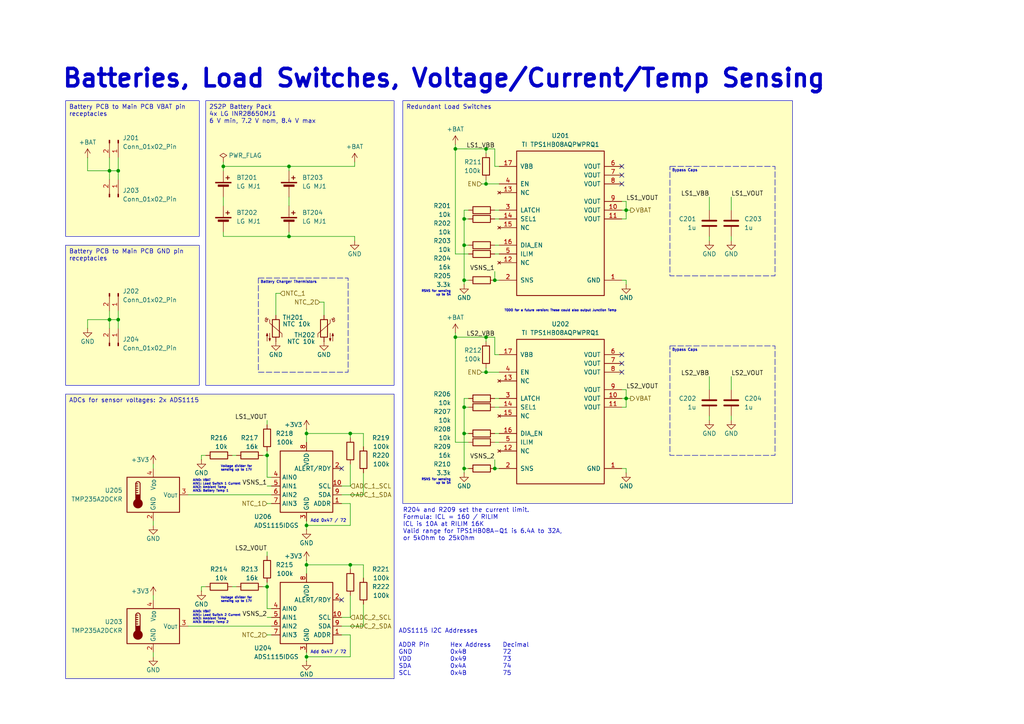
<source format=kicad_sch>
(kicad_sch (version 20231120) (generator "eeschema") (generator_version "8.0")
  (paper "A4")
  (title_block (title "bac EPS Main Board Minimal v1") (date "2025-02-25") (rev "1") (company "Build a CubeSat") (comment 1 "Manuel Imboden") (comment 2 "CC BY-SA 4.0") (comment 3 "https://buildacubesat.space"))
  (lib_symbols
    (symbol "Analog_ADC:ADS1115IDGS"
      (property "Reference" "U" (at 2.54 13.97 0))
      (property "Value" "ADS1115IDGS" (at 7.62 11.43 0))
      (symbol "ADS1115IDGS_0_1"
        (rectangle (start -7.62 10.16) (end 7.62 -7.62) (stroke (width 0.254)) (fill (type background)))
      )
      (symbol "ADS1115IDGS_1_1"
        (pin input line (at 10.16 -5.08 180) (length 2.54) (name "ADDR") (number "1"))
        (pin input line (at 10.16 0 180) (length 2.54) (name "SCL") (number "10"))
        (pin output line (at 10.16 5.08 180) (length 2.54) (name "ALERT/RDY") (number "2"))
        (pin power_in line (at 0 -10.16 90) (length 2.54) (name "GND") (number "3"))
        (pin input line (at -10.16 2.54 0) (length 2.54) (name "AIN0") (number "4"))
        (pin input line (at -10.16 0 0) (length 2.54) (name "AIN1") (number "5"))
        (pin input line (at -10.16 -2.54 0) (length 2.54) (name "AIN2") (number "6"))
        (pin input line (at -10.16 -5.08 0) (length 2.54) (name "AIN3") (number "7"))
        (pin power_in line (at 0 12.7 270) (length 2.54) (name "VDD") (number "8"))
        (pin bidirectional line (at 10.16 -2.54 180) (length 2.54) (name "SDA") (number "9"))
      )
    )
    (symbol "Connector:Conn_01x02_Pin" (pin_names (offset 1.016) hide)
      (property "Reference" "J" (at 0 2.54 0))
      (property "Value" "Conn_01x02_Pin" (at 0 -5.08 0))
      (symbol "Conn_01x02_Pin_1_1"
        (polyline (pts (xy 1.27 -2.54) (xy 0.8636 -2.54)) (stroke (width 0.1524)))
        (polyline (pts (xy 1.27 0) (xy 0.8636 0)) (stroke (width 0.1524)))
        (rectangle (start 0.8636 -2.413) (end 0 -2.667) (stroke (width 0.1524)) (fill (type outline)))
        (rectangle (start 0.8636 0.127) (end 0 -0.127) (stroke (width 0.1524)) (fill (type outline)))
        (pin passive line (at 5.08 0 180) (length 3.81) (name "Pin_1") (number "1"))
        (pin passive line (at 5.08 -2.54 180) (length 3.81) (name "Pin_2") (number "2"))
      )
    )
    (symbol "Device:Battery_Cell" (pin_numbers hide) (pin_names (offset 0) hide)
      (property "Reference" "BT" (at 2.54 2.54 0))
      (property "Value" "Battery_Cell" (at 2.54 0 0))
      (symbol "Battery_Cell_0_1"
        (rectangle (start -2.286 1.778) (end 2.286 1.524) (fill (type outline)))
        (rectangle (start -1.524 1.016) (end 1.524 0.508) (fill (type outline)))
        (polyline (pts (xy 0 0.762) (xy 0 0)))
        (polyline (pts (xy 0 1.778) (xy 0 2.54)))
        (polyline (pts (xy 0.762 3.048) (xy 1.778 3.048)) (stroke (width 0.254)))
        (polyline (pts (xy 1.27 3.556) (xy 1.27 2.54)) (stroke (width 0.254)))
      )
      (symbol "Battery_Cell_1_1"
        (pin passive line (at 0 5.08 270) (length 2.54) (name "+") (number "1"))
        (pin passive line (at 0 -2.54 90) (length 2.54) (name "-") (number "2"))
      )
    )
    (symbol "Device:C" (pin_numbers hide) (pin_names (offset 0.254))
      (property "Reference" "C" (at 0.635 2.54 0))
      (property "Value" "C" (at 0.635 -2.54 0))
      (symbol "C_0_1"
        (polyline (pts (xy -2.032 -0.762) (xy 2.032 -0.762)) (stroke (width 0.508)))
        (polyline (pts (xy -2.032 0.762) (xy 2.032 0.762)) (stroke (width 0.508)))
      )
      (symbol "C_1_1"
        (pin passive line (at 0 3.81 270) (length 2.794) (name "~") (number "1"))
        (pin passive line (at 0 -3.81 90) (length 2.794) (name "~") (number "2"))
      )
    )
    (symbol "Device:R" (pin_numbers hide) (pin_names (offset 0))
      (property "Reference" "R" (at 2.032 0 90))
      (property "Value" "R" (at 0 0 90))
      (symbol "R_0_1"
        (rectangle (start -1.016 -2.54) (end 1.016 2.54) (stroke (width 0.254)))
      )
      (symbol "R_1_1"
        (pin passive line (at 0 3.81 270) (length 1.27) (name "~") (number "1"))
        (pin passive line (at 0 -3.81 90) (length 1.27) (name "~") (number "2"))
      )
    )
    (symbol "Device:Thermistor_NTC" (pin_numbers hide) (pin_names (offset 0))
      (property "Reference" "TH" (at -4.445 0 90))
      (property "Value" "Thermistor_NTC" (at 3.175 0 90))
      (symbol "Thermistor_NTC_0_1"
        (arc (start -3.048 2.159) (mid -3.0495 2.3143) (end -3.175 2.413))
        (arc (start -3.048 2.159) (mid -2.9736 1.9794) (end -2.794 1.905))
        (arc (start -3.048 2.794) (mid -2.9736 2.6144) (end -2.794 2.54))
        (arc (start -2.794 1.905) (mid -2.6144 1.9794) (end -2.54 2.159))
        (arc (start -2.794 2.54) (mid -2.4393 2.5587) (end -2.159 2.794))
        (arc (start -2.794 3.048) (mid -2.9736 2.9736) (end -3.048 2.794))
        (arc (start -2.54 2.794) (mid -2.6144 2.9736) (end -2.794 3.048))
        (rectangle (start -1.016 2.54) (end 1.016 -2.54) (stroke (width 0.254)))
        (polyline (pts (xy -2.54 2.159) (xy -2.54 2.794)))
        (polyline (pts (xy -1.778 2.54) (xy -1.778 1.524) (xy 1.778 -1.524) (xy 1.778 -2.54)))
        (polyline (pts (xy -2.54 -3.683) (xy -2.54 -1.397) (xy -2.794 -2.159) (xy -2.286 -2.159) (xy -2.54 -1.397) (xy -2.54 -1.651)) (fill (type outline)))
        (polyline (pts (xy -1.778 -1.397) (xy -1.778 -3.683) (xy -2.032 -2.921) (xy -1.524 -2.921) (xy -1.778 -3.683) (xy -1.778 -3.429)) (fill (type outline)))
      )
      (symbol "Thermistor_NTC_1_1"
        (pin passive line (at 0 3.81 270) (length 1.27) (name "~") (number "1"))
        (pin passive line (at 0 -3.81 90) (length 1.27) (name "~") (number "2"))
      )
    )
    (symbol "Sensor_Temperature:TMP20AIDCK"
      (property "Reference" "U" (at -6.35 6.35 0))
      (property "Value" "TMP20AIDCK" (at 1.27 6.35 0))
      (symbol "TMP20AIDCK_0_1"
        (rectangle (start -7.62 5.08) (end 7.62 -5.08) (stroke (width 0.254)) (fill (type background)))
        (circle (center -4.445 -2.54) (radius 1.27) (stroke (width 0.254)) (fill (type outline)))
        (rectangle (start -3.81 -1.905) (end -5.08 0) (stroke (width 0.254)) (fill (type outline)))
        (arc (start -3.81 3.175) (mid -4.445 3.8073) (end -5.08 3.175) (stroke (width 0.254)))
        (polyline (pts (xy -5.08 0.635) (xy -4.445 0.635)) (stroke (width 0.254)))
        (polyline (pts (xy -5.08 1.27) (xy -4.445 1.27)) (stroke (width 0.254)))
        (polyline (pts (xy -5.08 1.905) (xy -4.445 1.905)) (stroke (width 0.254)))
        (polyline (pts (xy -5.08 2.54) (xy -4.445 2.54)) (stroke (width 0.254)))
        (polyline (pts (xy -5.08 3.175) (xy -5.08 0)) (stroke (width 0.254)))
        (polyline (pts (xy -5.08 3.175) (xy -4.445 3.175)) (stroke (width 0.254)))
        (polyline (pts (xy -3.81 3.175) (xy -3.81 0)) (stroke (width 0.254)))
      )
      (symbol "TMP20AIDCK_1_1"
        (pin no_connect line (at 10.16 -2.54 180) (length 2.54) hide (name "NC") (number "1"))
        (pin power_in line (at 0 -7.62 90) (length 2.54) (name "GND") (number "2"))
        (pin output line (at 10.16 0 180) (length 2.54) (name "V_{OUT}") (number "3"))
        (pin power_in line (at 0 7.62 270) (length 2.54) (name "V_{DD}") (number "4"))
        (pin passive line (at 0 -7.62 90) (length 2.54) hide (name "GND") (number "5"))
      )
    )
    (symbol "bac EPS v1:TI TPS1HB08AQPWPRQ1" (pin_names (offset 1.016))
      (property "Reference" "U" (at -0.762 26.924 0))
      (property "Value" "TI TPS1HB08AQPWPRQ1" (at -11.43 22.352 0))
      (symbol "TI TPS1HB08AQPWPRQ1_0_0"
        (rectangle (start -12.7 20.955) (end 12.7 -20.955) (stroke (width 0.254)) (fill (type background)))
      )
      (symbol "TI TPS1HB08AQPWPRQ1_0_1"
        (pin power_in line (at 17.78 -16.51 180) (length 5.08) (name "GND") (number "1"))
        (pin unspecified line (at 17.78 3.81 180) (length 5.08) (name "VOUT") (number "10"))
        (pin unspecified line (at 17.78 1.27 180) (length 5.08) (name "VOUT") (number "11"))
        (pin no_connect line (at -17.78 -11.43 0) (length 5.08) (name "NC") (number "12"))
        (pin no_connect line (at -17.78 8.89 0) (length 5.08) (name "NC") (number "13"))
        (pin input line (at -17.78 1.27 0) (length 5.08) (name "SEL1") (number "14"))
        (pin no_connect line (at -17.78 -1.27 0) (length 5.08) (name "NC") (number "15"))
        (pin input line (at -17.78 -6.35 0) (length 5.08) (name "DIA_EN") (number "16"))
        (pin power_in line (at -17.78 16.51 0) (length 5.08) (name "VBB") (number "17"))
        (pin unspecified line (at -17.78 -16.51 0) (length 5.08) (name "SNS") (number "2"))
        (pin unspecified line (at -17.78 3.81 0) (length 5.08) (name "LATCH") (number "3"))
        (pin input line (at -17.78 11.43 0) (length 5.08) (name "EN") (number "4"))
        (pin unspecified line (at -17.78 -8.89 0) (length 5.08) (name "ILIM") (number "5"))
        (pin unspecified line (at 17.78 16.51 180) (length 5.08) (name "VOUT") (number "6"))
        (pin unspecified line (at 17.78 13.97 180) (length 5.08) (name "VOUT") (number "7"))
        (pin unspecified line (at 17.78 11.43 180) (length 5.08) (name "VOUT") (number "8"))
        (pin unspecified line (at 17.78 6.35 180) (length 5.08) (name "VOUT") (number "9"))
      )
    )
    (symbol "power:+3V3" (power) (pin_numbers hide) (pin_names (offset 0) hide)
      (property "Value" "+3V3" (at 0 3.556 0))
      (symbol "+3V3_0_1"
        (polyline (pts (xy -0.762 1.27) (xy 0 2.54)))
        (polyline (pts (xy 0 0) (xy 0 2.54)))
        (polyline (pts (xy 0 2.54) (xy 0.762 1.27)))
      )
      (symbol "+3V3_1_1"
        (pin power_in line (at 0 0 90) (length 0) (name "~") (number "1"))
      )
    )
    (symbol "power:+BATT" (power) (pin_numbers hide) (pin_names (offset 0) hide)
      (property "Value" "+BATT" (at 0 3.556 0))
      (symbol "+BATT_0_1"
        (polyline (pts (xy -0.762 1.27) (xy 0 2.54)))
        (polyline (pts (xy 0 0) (xy 0 2.54)))
        (polyline (pts (xy 0 2.54) (xy 0.762 1.27)))
      )
      (symbol "+BATT_1_1"
        (pin power_in line (at 0 0 90) (length 0) (name "~") (number "1"))
      )
    )
    (symbol "power:GND" (power) (pin_numbers hide) (pin_names (offset 0) hide)
      (property "Value" "GND" (at 0 -3.81 0))
      (symbol "GND_0_1"
        (polyline (pts (xy 0 0) (xy 0 -1.27) (xy 1.27 -1.27) (xy 0 -2.54) (xy -1.27 -1.27) (xy 0 -1.27)))
      )
      (symbol "GND_1_1"
        (pin power_in line (at 0 0 270) (length 0) (name "~") (number "1"))
      )
    )
    (symbol "power:PWR_FLAG" (power) (pin_numbers hide) (pin_names (offset 0) hide)
      (property "Value" "PWR_FLAG" (at 0 3.81 0))
      (symbol "PWR_FLAG_0_0"
        (pin power_out line (at 0 0 90) (length 0) (name "~") (number "1"))
      )
      (symbol "PWR_FLAG_0_1"
        (polyline (pts (xy 0 0) (xy 0 1.27) (xy -1.016 1.905) (xy 0 2.54) (xy 1.016 1.905) (xy 0 1.27)))
      )
    )
  )
  (junction (at 88.9 125.73))
  (junction (at 132.08 97.79))
  (junction (at 83.82 68.58))
  (junction (at 143.51 81.28))
  (junction (at 140.97 107.95))
  (junction (at 181.61 115.57))
  (junction (at 134.62 63.5))
  (junction (at 140.97 53.34))
  (junction (at 34.29 49.53))
  (junction (at 83.82 48.26))
  (junction (at 101.6 125.73))
  (junction (at 134.62 135.89))
  (junction (at 88.9 163.83))
  (junction (at 134.62 118.11))
  (junction (at 34.29 92.71))
  (junction (at 140.97 97.79))
  (junction (at 77.47 132.08))
  (junction (at 88.9 152.4))
  (junction (at 143.51 135.89))
  (junction (at 140.97 43.18))
  (junction (at 88.9 190.5))
  (junction (at 31.75 49.53))
  (junction (at 101.6 163.83))
  (junction (at 134.62 71.12))
  (junction (at 77.47 170.18))
  (junction (at 134.62 81.28))
  (junction (at 134.62 125.73))
  (junction (at 64.77 48.26))
  (junction (at 132.08 43.18))
  (junction (at 181.61 60.96))
  (junction (at 31.75 92.71))
  (no_connect (at 180.34 102.87))
  (no_connect (at 180.34 48.26))
  (no_connect (at 180.34 107.95))
  (no_connect (at 99.06 135.89))
  (no_connect (at 180.34 53.34))
  (no_connect (at 180.34 105.41))
  (no_connect (at 180.34 50.8))
  (no_connect (at 99.06 173.99))
  (wire (pts (xy 58.42 132.08) (xy 59.69 132.08)))
  (wire (pts (xy 180.34 115.57) (xy 181.61 115.57)))
  (wire (pts (xy 134.62 115.57) (xy 134.62 118.11)))
  (wire (pts (xy 77.47 132.08) (xy 77.47 138.43)))
  (wire (pts (xy 140.97 99.06) (xy 140.97 97.79)))
  (wire (pts (xy 105.41 125.73) (xy 101.6 125.73)))
  (wire (pts (xy 105.41 143.51) (xy 105.41 137.16)))
  (wire (pts (xy 212.09 57.15) (xy 212.09 60.96)))
  (wire (pts (xy 205.74 57.15) (xy 205.74 60.96)))
  (wire (pts (xy 140.97 44.45) (xy 140.97 43.18)))
  (wire (pts (xy 205.74 109.22) (xy 205.74 113.03)))
  (wire (pts (xy 34.29 90.17) (xy 34.29 92.71)))
  (wire (pts (xy 134.62 63.5) (xy 134.62 71.12)))
  (wire (pts (xy 134.62 118.11) (xy 135.89 118.11)))
  (wire (pts (xy 181.61 60.96) (xy 181.61 63.5)))
  (wire (pts (xy 77.47 184.15) (xy 78.74 184.15)))
  (wire (pts (xy 134.62 118.11) (xy 134.62 125.73)))
  (wire (pts (xy 44.45 151.13) (xy 44.45 152.4)))
  (wire (pts (xy 135.89 115.57) (xy 134.62 115.57)))
  (wire (pts (xy 135.89 60.96) (xy 134.62 60.96)))
  (wire (pts (xy 132.08 43.18) (xy 140.97 43.18)))
  (wire (pts (xy 77.47 130.81) (xy 77.47 132.08)))
  (wire (pts (xy 64.77 68.58) (xy 83.82 68.58)))
  (wire (pts (xy 34.29 49.53) (xy 34.29 52.07)))
  (wire (pts (xy 134.62 71.12) (xy 134.62 81.28)))
  (wire (pts (xy 88.9 153.67) (xy 88.9 152.4)))
  (wire (pts (xy 134.62 81.28) (xy 135.89 81.28)))
  (wire (pts (xy 102.87 68.58) (xy 83.82 68.58)))
  (wire (pts (xy 77.47 160.02) (xy 77.47 161.29)))
  (wire (pts (xy 44.45 189.23) (xy 44.45 190.5)))
  (wire (pts (xy 101.6 184.15) (xy 101.6 190.5)))
  (wire (pts (xy 64.77 46.99) (xy 64.77 48.26)))
  (wire (pts (xy 205.74 120.65) (xy 205.74 121.92)))
  (wire (pts (xy 101.6 165.1) (xy 101.6 163.83)))
  (wire (pts (xy 132.08 41.91) (xy 132.08 43.18)))
  (wire (pts (xy 77.47 138.43) (xy 78.74 138.43)))
  (wire (pts (xy 143.51 133.35) (xy 143.51 135.89)))
  (wire (pts (xy 143.51 115.57) (xy 144.78 115.57)))
  (wire (pts (xy 76.2 170.18) (xy 77.47 170.18)))
  (wire (pts (xy 54.61 181.61) (xy 78.74 181.61)))
  (wire (pts (xy 102.87 68.58) (xy 102.87 69.85)))
  (wire (pts (xy 182.88 115.57) (xy 181.61 115.57)))
  (wire (pts (xy 44.45 134.62) (xy 44.45 135.89)))
  (wire (pts (xy 83.82 48.26) (xy 102.87 48.26)))
  (wire (pts (xy 25.4 92.71) (xy 25.4 95.25)))
  (wire (pts (xy 143.51 48.26) (xy 144.78 48.26)))
  (wire (pts (xy 77.47 140.97) (xy 78.74 140.97)))
  (wire (pts (xy 34.29 92.71) (xy 34.29 95.25)))
  (wire (pts (xy 132.08 128.27) (xy 132.08 97.79)))
  (wire (pts (xy 31.75 92.71) (xy 34.29 92.71)))
  (wire (pts (xy 25.4 49.53) (xy 31.75 49.53)))
  (wire (pts (xy 140.97 97.79) (xy 143.51 97.79)))
  (wire (pts (xy 139.7 107.95) (xy 140.97 107.95)))
  (wire (pts (xy 180.34 113.03) (xy 181.61 113.03)))
  (wire (pts (xy 93.98 87.63) (xy 93.98 91.44)))
  (wire (pts (xy 181.61 81.28) (xy 181.61 82.55)))
  (wire (pts (xy 134.62 125.73) (xy 135.89 125.73)))
  (wire (pts (xy 77.47 168.91) (xy 77.47 170.18)))
  (wire (pts (xy 99.06 184.15) (xy 101.6 184.15)))
  (wire (pts (xy 77.47 170.18) (xy 77.47 176.53)))
  (wire (pts (xy 181.61 58.42) (xy 181.61 60.96)))
  (wire (pts (xy 77.47 179.07) (xy 78.74 179.07)))
  (wire (pts (xy 134.62 71.12) (xy 135.89 71.12)))
  (wire (pts (xy 181.61 118.11) (xy 180.34 118.11)))
  (wire (pts (xy 143.51 78.74) (xy 143.51 81.28)))
  (wire (pts (xy 31.75 49.53) (xy 31.75 52.07)))
  (wire (pts (xy 132.08 73.66) (xy 132.08 43.18)))
  (wire (pts (xy 58.42 170.18) (xy 59.69 170.18)))
  (wire (pts (xy 101.6 152.4) (xy 88.9 152.4)))
  (wire (pts (xy 143.51 73.66) (xy 144.78 73.66)))
  (wire (pts (xy 143.51 135.89) (xy 144.78 135.89)))
  (wire (pts (xy 77.47 176.53) (xy 78.74 176.53)))
  (wire (pts (xy 102.87 46.99) (xy 102.87 48.26)))
  (wire (pts (xy 92.71 87.63) (xy 93.98 87.63)))
  (wire (pts (xy 80.01 91.44) (xy 80.01 85.09)))
  (wire (pts (xy 143.51 97.79) (xy 143.51 102.87)))
  (wire (pts (xy 143.51 125.73) (xy 144.78 125.73)))
  (wire (pts (xy 101.6 146.05) (xy 101.6 152.4)))
  (wire (pts (xy 143.51 128.27) (xy 144.78 128.27)))
  (wire (pts (xy 64.77 68.58) (xy 64.77 67.31)))
  (wire (pts (xy 44.45 172.72) (xy 44.45 173.99)))
  (wire (pts (xy 132.08 97.79) (xy 140.97 97.79)))
  (wire (pts (xy 54.61 143.51) (xy 78.74 143.51)))
  (wire (pts (xy 134.62 63.5) (xy 135.89 63.5)))
  (wire (pts (xy 140.97 43.18) (xy 143.51 43.18)))
  (wire (pts (xy 144.78 53.34) (xy 140.97 53.34)))
  (wire (pts (xy 105.41 181.61) (xy 105.41 175.26)))
  (wire (pts (xy 105.41 163.83) (xy 101.6 163.83)))
  (wire (pts (xy 99.06 181.61) (xy 105.41 181.61)))
  (wire (pts (xy 88.9 151.13) (xy 88.9 152.4)))
  (wire (pts (xy 31.75 45.72) (xy 31.75 49.53)))
  (wire (pts (xy 64.77 48.26) (xy 64.77 49.53)))
  (wire (pts (xy 99.06 140.97) (xy 101.6 140.97)))
  (wire (pts (xy 180.34 60.96) (xy 181.61 60.96)))
  (wire (pts (xy 88.9 190.5) (xy 88.9 191.77)))
  (wire (pts (xy 101.6 140.97) (xy 101.6 134.62)))
  (wire (pts (xy 88.9 190.5) (xy 101.6 190.5)))
  (wire (pts (xy 83.82 48.26) (xy 83.82 49.53)))
  (wire (pts (xy 143.51 63.5) (xy 144.78 63.5)))
  (wire (pts (xy 68.58 132.08) (xy 67.31 132.08)))
  (wire (pts (xy 99.06 179.07) (xy 101.6 179.07)))
  (wire (pts (xy 134.62 135.89) (xy 134.62 137.16)))
  (wire (pts (xy 181.61 135.89) (xy 181.61 137.16)))
  (wire (pts (xy 31.75 90.17) (xy 31.75 92.71)))
  (wire (pts (xy 134.62 135.89) (xy 135.89 135.89)))
  (wire (pts (xy 212.09 120.65) (xy 212.09 121.92)))
  (wire (pts (xy 31.75 92.71) (xy 31.75 95.25)))
  (wire (pts (xy 139.7 53.34) (xy 140.97 53.34)))
  (wire (pts (xy 80.01 85.09) (xy 81.28 85.09)))
  (wire (pts (xy 181.61 115.57) (xy 181.61 118.11)))
  (wire (pts (xy 88.9 125.73) (xy 88.9 128.27)))
  (wire (pts (xy 77.47 146.05) (xy 78.74 146.05)))
  (wire (pts (xy 88.9 124.46) (xy 88.9 125.73)))
  (wire (pts (xy 140.97 107.95) (xy 140.97 106.68)))
  (wire (pts (xy 181.61 113.03) (xy 181.61 115.57)))
  (wire (pts (xy 77.47 121.92) (xy 77.47 123.19)))
  (wire (pts (xy 99.06 146.05) (xy 101.6 146.05)))
  (wire (pts (xy 205.74 68.58) (xy 205.74 69.85)))
  (wire (pts (xy 58.42 171.45) (xy 58.42 170.18)))
  (wire (pts (xy 140.97 53.34) (xy 140.97 52.07)))
  (wire (pts (xy 180.34 135.89) (xy 181.61 135.89)))
  (wire (pts (xy 212.09 68.58) (xy 212.09 69.85)))
  (wire (pts (xy 134.62 125.73) (xy 134.62 135.89)))
  (wire (pts (xy 88.9 163.83) (xy 101.6 163.83)))
  (wire (pts (xy 88.9 163.83) (xy 88.9 166.37)))
  (wire (pts (xy 76.2 132.08) (xy 77.47 132.08)))
  (wire (pts (xy 143.51 60.96) (xy 144.78 60.96)))
  (wire (pts (xy 144.78 107.95) (xy 140.97 107.95)))
  (wire (pts (xy 134.62 81.28) (xy 134.62 82.55)))
  (wire (pts (xy 180.34 58.42) (xy 181.61 58.42)))
  (wire (pts (xy 99.06 143.51) (xy 105.41 143.51)))
  (wire (pts (xy 34.29 45.72) (xy 34.29 49.53)))
  (wire (pts (xy 31.75 49.53) (xy 34.29 49.53)))
  (wire (pts (xy 58.42 133.35) (xy 58.42 132.08)))
  (wire (pts (xy 105.41 129.54) (xy 105.41 125.73)))
  (wire (pts (xy 132.08 96.52) (xy 132.08 97.79)))
  (wire (pts (xy 101.6 179.07) (xy 101.6 172.72)))
  (wire (pts (xy 143.51 71.12) (xy 144.78 71.12)))
  (wire (pts (xy 182.88 60.96) (xy 181.61 60.96)))
  (wire (pts (xy 143.51 118.11) (xy 144.78 118.11)))
  (wire (pts (xy 135.89 128.27) (xy 132.08 128.27)))
  (wire (pts (xy 64.77 57.15) (xy 64.77 59.69)))
  (wire (pts (xy 135.89 73.66) (xy 132.08 73.66)))
  (wire (pts (xy 31.75 92.71) (xy 25.4 92.71)))
  (wire (pts (xy 143.51 81.28) (xy 144.78 81.28)))
  (wire (pts (xy 88.9 189.23) (xy 88.9 190.5)))
  (wire (pts (xy 143.51 102.87) (xy 144.78 102.87)))
  (wire (pts (xy 68.58 170.18) (xy 67.31 170.18)))
  (wire (pts (xy 143.51 43.18) (xy 143.51 48.26)))
  (wire (pts (xy 181.61 63.5) (xy 180.34 63.5)))
  (wire (pts (xy 212.09 109.22) (xy 212.09 113.03)))
  (wire (pts (xy 88.9 162.56) (xy 88.9 163.83)))
  (wire (pts (xy 64.77 48.26) (xy 83.82 48.26)))
  (wire (pts (xy 83.82 68.58) (xy 83.82 67.31)))
  (wire (pts (xy 101.6 125.73) (xy 88.9 125.73)))
  (wire (pts (xy 134.62 60.96) (xy 134.62 63.5)))
  (wire (pts (xy 83.82 57.15) (xy 83.82 59.69)))
  (wire (pts (xy 101.6 127) (xy 101.6 125.73)))
  (wire (pts (xy 105.41 167.64) (xy 105.41 163.83)))
  (wire (pts (xy 25.4 45.72) (xy 25.4 49.53)))
  (wire (pts (xy 180.34 81.28) (xy 181.61 81.28)))
  (text_box "Battery PCB to Main PCB GND pin receptacles" (at 19.05 71.12 0) (size 38.735 40.64) (fill (type color) (color 255 255 194 1)) (effects (font (size 1.27 1.27)) (justify left top)))
  (text_box "Battery Charger Thermistors" (at 74.93 80.645 0) (size 26.035 27.305) (stroke (width 0) (type dash)) (effects (font (size 0.762 0.762)) (justify left top)))
  (text_box "Battery PCB to Main PCB VBAT pin receptacles" (at 19.05 29.21 0) (size 38.735 39.37) (fill (type color) (color 255 255 194 1)) (effects (font (size 1.27 1.27)) (justify left top)))
  (text_box "Redundant Load Switches" (at 116.84 29.21 0) (size 113.03 116.84) (fill (type color) (color 255 255 194 1)) (effects (font (size 1.27 1.27)) (justify left top)))
  (text_box "Bypass Caps" (at 194.31 100.33 0) (size 30.48 31.75) (stroke (width 0) (type dash)) (effects (font (size 0.762 0.762)) (justify left top)))
  (text_box "Bypass Caps" (at 194.31 48.26 0) (size 30.48 31.75) (stroke (width 0) (type dash)) (effects (font (size 0.762 0.762)) (justify left top)))
  (text_box "2S2P Battery Pack\n4x LG INR28650MJ1\n6 V min, 7.2 V nom, 8.4 V max" (at 59.69 29.21 0) (size 54.61 82.55) (fill (type color) (color 255 255 194 1)) (effects (font (size 1.27 1.27)) (justify left top)))
  (text_box "ADCs for sensor voltages: 2x ADS1115" (at 19.05 114.3 0) (size 95.25 82.55) (fill (type color) (color 255 255 194 1)) (effects (font (size 1.27 1.27)) (justify left top)))
  (text "Batteries, Load Switches, Voltage/Current/Temp Sensing" (at 17.78 22.86 0) (effects (font (size 5.08 5.08) (thickness 1.016) (bold yes)) (justify left)))
  (text "TODO for a future version: These could also output Junction Temp" (at 162.56 90.17 0) (effects (font (size 0.635 0.635))))
  (text "RSNS for sensing\nup to 5A" (at 130.81 139.7 0) (effects (font (size 0.635 0.635)) (justify right)))
  (text "AIN0: VBAT\nAIN1: Load Switch 2 Current\nAIN2: Ambient Temp\nAIN3: Battery Temp 2" (at 55.88 179.07 0) (effects (font (size 0.635 0.635)) (justify left)))
  (text "R204 and R209 set the current limit.\nFormula: ICL = 160 / RILIM\nICL is 10A at RILIM 16K\nValid range for TPS1HB08A-Q1 is 6.4A to 32A,\nor 5kOhm to 25kOhm" (at 116.84 147.32 0) (effects (font (size 1.27 1.27)) (justify left top)))
  (text "AIN0: VBAT\nAIN1: Load Switch 1 Current\nAIN2: Ambient Temp\nAIN3: Battery Temp 1" (at 55.88 140.97 0) (effects (font (size 0.635 0.635)) (justify left)))
  (text "ADS1115 I2C Addresses\n\nADDR Pin 	Hex Address	Decimal\nGND			0x48		72\nVDD			0x49		73\nSDA			0x4A		74\nSCL			0x4B		75" (at 115.57 189.23 0) (effects (font (size 1.27 1.27)) (justify left)))
  (text "Add 0x47 / 72" (at 95.25 151.13 0) (effects (font (size 0.889 0.889))))
  (text "Voltage divider for\nsensing up to 17V" (at 68.58 173.99 0) (effects (font (size 0.635 0.635))))
  (text "Voltage divider for\nsensing up to 17V" (at 68.58 135.89 0) (effects (font (size 0.635 0.635))))
  (text "Add 0x47 / 72" (at 95.25 189.23 0) (effects (font (size 0.889 0.889))))
  (text "RSNS for sensing\nup to 5A" (at 130.81 85.09 0) (effects (font (size 0.635 0.635)) (justify right)))
  (label "LS1_VOUT" (at 77.47 121.92 180))
  (label "LS1_VOUT" (at 212.09 57.15 0))
  (label "LS1_VOUT" (at 181.61 58.42 0))
  (label "LS1_VBB" (at 143.51 43.18 180))
  (label "LS2_VOUT" (at 212.09 109.22 0))
  (label "LS2_VBB" (at 205.74 109.22 180))
  (label "LS2_VBB" (at 143.51 97.79 180))
  (label "LS2_VOUT" (at 181.61 113.03 0))
  (label "VSNS_1" (at 143.51 78.74 180))
  (label "LS1_VBB" (at 205.74 57.15 180))
  (label "VSNS_2" (at 77.47 179.07 180))
  (label "VSNS_2" (at 143.51 133.35 180))
  (label "LS2_VOUT" (at 77.47 160.02 180))
  (label "VSNS_1" (at 77.47 140.97 180))
  (hierarchical_label "VBAT" (shape output) (at 182.88 60.96 0))
  (hierarchical_label "EN" (shape input) (at 139.7 107.95 180))
  (hierarchical_label "VBAT" (shape output) (at 182.88 115.57 0))
  (hierarchical_label "ADC_1_SDA" (shape bidirectional) (at 101.6 143.51 0))
  (hierarchical_label "ADC_1_SCL" (shape input) (at 101.6 140.97 0))
  (hierarchical_label "EN" (shape input) (at 139.7 53.34 180))
  (hierarchical_label "NTC_2" (shape input) (at 77.47 184.15 180))
  (hierarchical_label "ADC_2_SCL" (shape input) (at 101.6 179.07 0))
  (hierarchical_label "NTC_1" (shape input) (at 77.47 146.05 180))
  (hierarchical_label "NTC_1" (shape input) (at 81.28 85.09 0))
  (hierarchical_label "ADC_2_SDA" (shape bidirectional) (at 101.6 181.61 0))
  (hierarchical_label "NTC_2" (shape input) (at 92.71 87.63 180))
  (symbol (lib_id "Device:R") (at 139.7 73.66 270) (mirror x) (unit 1)
    (property "Reference" "R204" (at 130.81 74.93 90) (effects (justify right)))
    (property "Value" "16k" (at 130.81 77.47 90) (effects (justify right)))
    (property "Footprint" "Resistor_SMD:R_0603_1608Metric" (effects (hide yes)))
    (property "Description" "Resistor" (effects (hide yes)))
    (property "Package" "0603" (effects (hide yes)))
    (property "Tolerance" "10%" (effects (hide yes)))
    (property "Series" "E12" (effects (hide yes)))
  )
  (symbol (lib_id "bac EPS v1:TI TPS1HB08AQPWPRQ1") (at 162.56 119.38 0) (unit 1)
    (property "Reference" "U202" (at 162.56 93.98 0))
    (property "Value" "TI TPS1HB08AQPWPRQ1" (at 162.56 96.52 0))
    (property "Footprint" "bac EPS v1:TI-TPS1HB08AQPWPRQ1" (effects (hide yes)))
    (property "Datasheet" "https://www.ti.com/general/docs/suppproductinfo.tsp?distId=10&gotoUrl=https%3A%2F%2Fwww.ti.com%2Flit%2Fgpn%2Ftps1hb08-q1" (effects (hide yes)))
    (property "Description" "Power Switch/Driver 1:1 N-Channel 70A 16-HTSSOP" (effects (hide yes)))
    (property "PARTREV" "C" (effects (hide yes)))
    (property "STANDARD" "Manufacturer Recommendations" (effects (hide yes)))
    (property "MAXIMUM_PACKAGE_HEIGHT" "1.2 mm" (effects (hide yes)))
    (property "MANUFACTURER" "Texas Instruments" (effects (hide yes)))
  )
  (symbol (lib_id "Device:R") (at 72.39 132.08 270) (mirror x) (unit 1)
    (property "Reference" "R217" (at 74.93 127 90) (effects (justify right)))
    (property "Value" "16k" (at 74.93 129.54 90) (effects (justify right)))
    (property "Footprint" "Resistor_SMD:R_0603_1608Metric" (effects (hide yes)))
    (property "Description" "Resistor" (effects (hide yes)))
    (property "Package" "0603" (effects (hide yes)))
    (property "Tolerance" "10%" (effects (hide yes)))
    (property "Series" "E12" (effects (hide yes)))
  )
  (symbol (lib_id "Device:C") (at 205.74 116.84 180) (unit 1)
    (property "Reference" "C202" (at 196.85 115.57 0) (effects (justify right)))
    (property "Value" "1u" (at 199.39 118.11 0) (effects (justify right)))
    (property "Footprint" "bac EPS v1:bac-C-0603-1u" (effects (hide yes)))
    (property "Description" "Unpolarized capacitor" (effects (hide yes)))
    (property "Package" "0603" (effects (hide yes)))
    (property "Temperature Coefficient" "X7R" (effects (hide yes)))
    (property "Tolerance" "10%" (effects (hide yes)))
    (property "Rated Voltage" "35V" (effects (hide yes)))
  )
  (symbol (lib_id "Connector:Conn_01x02_Pin") (at 34.29 40.64 270) (unit 1)
    (property "Reference" "J201" (at 35.56 40.0049 90) (effects (justify left)))
    (property "Value" "Conn_01x02_Pin" (at 35.56 42.5449 90) (effects (justify left)))
    (property "Footprint" "bac EPS v1:bac-Mill-Max-0630-0-15-15-30-27-10-0-PN-1x02-P2.54" (effects (hide yes)))
    (property "Description" "Generic connector, single row, 01x02, script generated" (effects (hide yes)))
  )
  (symbol (lib_id "power:GND") (at 93.98 99.06 0) (unit 1)
    (property "Reference" "#PWR0204" (effects (hide yes)))
    (property "Value" "GND" (at 93.98 102.87 0))
    (property "Description" "Power symbol creates a global label with name \"GND\" , ground" (effects (hide yes)))
  )
  (symbol (lib_id "Device:R") (at 63.5 132.08 270) (mirror x) (unit 1)
    (property "Reference" "R216" (at 66.04 127 90) (effects (justify right)))
    (property "Value" "10k" (at 66.04 129.54 90) (effects (justify right)))
    (property "Footprint" "bac EPS v1:bac-R-0603-10k" (effects (hide yes)))
    (property "Description" "Resistor" (effects (hide yes)))
    (property "Package" "0603" (effects (hide yes)))
    (property "Tolerance" "10%" (effects (hide yes)))
    (property "Series" "E12" (effects (hide yes)))
  )
  (symbol (lib_id "power:GND") (at 134.62 82.55 0) (mirror y) (unit 1)
    (property "Reference" "#PWR0208" (effects (hide yes)))
    (property "Value" "GND" (at 134.62 86.36 0))
    (property "Description" "Power symbol creates a global label with name \"GND\" , ground" (effects (hide yes)))
  )
  (symbol (lib_id "power:PWR_FLAG") (at 64.77 46.99 0) (unit 1)
    (property "Reference" "#FLG0201" (effects (hide yes)))
    (property "Value" "PWR_FLAG" (at 71.12 45.085 0))
    (property "Description" "Special symbol for telling ERC where power comes from" (effects (hide yes)))
  )
  (symbol (lib_id "power:GND") (at 205.74 69.85 0) (mirror y) (unit 1)
    (property "Reference" "#PWR0214" (effects (hide yes)))
    (property "Value" "GND" (at 205.74 73.66 0))
    (property "Description" "Power symbol creates a global label with name \"GND\" , ground" (effects (hide yes)))
  )
  (symbol (lib_id "Device:Thermistor_NTC") (at 80.01 95.25 0) (unit 1)
    (property "Reference" "TH201" (at 81.915 92.075 0) (effects (justify left)))
    (property "Value" "NTC 10k" (at 81.915 93.98 0) (effects (justify left)))
    (property "Footprint" "bac EPS v1:Cantherm-MF52A1103F3380" (effects (hide yes)))
    (property "Description" "Temperature dependent resistor, negative temperature coefficient" (effects (hide yes)))
  )
  (symbol (lib_id "power:GND") (at 58.42 133.35 0) (mirror y) (unit 1)
    (property "Reference" "#PWR0224" (effects (hide yes)))
    (property "Value" "GND" (at 58.42 137.16 0))
    (property "Description" "Power symbol creates a global label with name \"GND\" , ground" (effects (hide yes)))
  )
  (symbol (lib_id "Device:R") (at 139.7 81.28 270) (unit 1)
    (property "Reference" "R205" (at 130.81 80.01 90) (effects (justify right)))
    (property "Value" "3.3k" (at 130.81 82.55 90) (effects (justify right)))
    (property "Footprint" "bac EPS v1:bac-R-0603-1k" (effects (hide yes)))
    (property "Description" "Resistor" (effects (hide yes)))
    (property "Package" "0603" (effects (hide yes)))
    (property "Tolerance" "10%" (effects (hide yes)))
    (property "Series" "E12" (effects (hide yes)))
  )
  (symbol (lib_id "Device:R") (at 63.5 170.18 270) (mirror x) (unit 1)
    (property "Reference" "R214" (at 66.04 165.1 90) (effects (justify right)))
    (property "Value" "10k" (at 66.04 167.64 90) (effects (justify right)))
    (property "Footprint" "bac EPS v1:bac-R-0603-10k" (effects (hide yes)))
    (property "Description" "Resistor" (effects (hide yes)))
    (property "Package" "0603" (effects (hide yes)))
    (property "Tolerance" "10%" (effects (hide yes)))
    (property "Series" "E12" (effects (hide yes)))
  )
  (symbol (lib_id "power:GND") (at 212.09 69.85 0) (unit 1)
    (property "Reference" "#PWR0217" (effects (hide yes)))
    (property "Value" "GND" (at 212.09 73.66 0))
    (property "Description" "Power symbol creates a global label with name \"GND\" , ground" (effects (hide yes)))
  )
  (symbol (lib_id "power:GND") (at 58.42 171.45 0) (mirror y) (unit 1)
    (property "Reference" "#PWR0221" (effects (hide yes)))
    (property "Value" "GND" (at 58.42 175.26 0))
    (property "Description" "Power symbol creates a global label with name \"GND\" , ground" (effects (hide yes)))
  )
  (symbol (lib_id "power:GND") (at 25.4 95.25 0) (unit 1)
    (property "Reference" "#PWR0202" (effects (hide yes)))
    (property "Value" "GND" (at 25.4 99.06 0))
    (property "Description" "Power symbol creates a global label with name \"GND\" , ground" (effects (hide yes)))
  )
  (symbol (lib_id "Device:R") (at 139.7 118.11 270) (mirror x) (unit 1)
    (property "Reference" "R207" (at 130.81 119.38 90) (effects (justify right)))
    (property "Value" "10k" (at 130.81 121.92 90) (effects (justify right)))
    (property "Footprint" "bac EPS v1:bac-R-0603-10k" (effects (hide yes)))
    (property "Description" "Resistor" (effects (hide yes)))
    (property "Package" "0603" (effects (hide yes)))
    (property "Tolerance" "10%" (effects (hide yes)))
    (property "Series" "E12" (effects (hide yes)))
  )
  (symbol (lib_id "power:GND") (at 80.01 99.06 0) (unit 1)
    (property "Reference" "#PWR0203" (effects (hide yes)))
    (property "Value" "GND" (at 80.01 102.87 0))
    (property "Description" "Power symbol creates a global label with name \"GND\" , ground" (effects (hide yes)))
  )
  (symbol (lib_id "Device:C") (at 212.09 64.77 0) (mirror x) (unit 1)
    (property "Reference" "C203" (at 220.98 63.5 0) (effects (justify right)))
    (property "Value" "1u" (at 218.44 66.04 0) (effects (justify right)))
    (property "Footprint" "bac EPS v1:bac-C-0603-1u" (effects (hide yes)))
    (property "Description" "Unpolarized capacitor" (effects (hide yes)))
    (property "Package" "0603" (effects (hide yes)))
    (property "Temperature Coefficient" "X7R" (effects (hide yes)))
    (property "Tolerance" "10%" (effects (hide yes)))
    (property "Rated Voltage" "35V" (effects (hide yes)))
  )
  (symbol (lib_id "bac EPS v1:TI TPS1HB08AQPWPRQ1") (at 162.56 64.77 0) (unit 1)
    (property "Reference" "U201" (at 162.56 39.37 0))
    (property "Value" "TI TPS1HB08AQPWPRQ1" (at 162.56 41.91 0))
    (property "Footprint" "bac EPS v1:TI-TPS1HB08AQPWPRQ1" (effects (hide yes)))
    (property "Datasheet" "https://www.ti.com/general/docs/suppproductinfo.tsp?distId=10&gotoUrl=https%3A%2F%2Fwww.ti.com%2Flit%2Fgpn%2Ftps1hb08-q1" (effects (hide yes)))
    (property "Description" "Power Switch/Driver 1:1 N-Channel 70A 16-HTSSOP" (effects (hide yes)))
    (property "PARTREV" "C" (effects (hide yes)))
    (property "STANDARD" "Manufacturer Recommendations" (effects (hide yes)))
    (property "MAXIMUM_PACKAGE_HEIGHT" "1.2 mm" (effects (hide yes)))
    (property "MANUFACTURER" "Texas Instruments" (effects (hide yes)))
  )
  (symbol (lib_id "Device:R") (at 72.39 170.18 270) (mirror x) (unit 1)
    (property "Reference" "R213" (at 74.93 165.1 90) (effects (justify right)))
    (property "Value" "16k" (at 74.93 167.64 90) (effects (justify right)))
    (property "Footprint" "Resistor_SMD:R_0603_1608Metric" (effects (hide yes)))
    (property "Description" "Resistor" (effects (hide yes)))
    (property "Package" "0603" (effects (hide yes)))
    (property "Tolerance" "10%" (effects (hide yes)))
    (property "Series" "E12" (effects (hide yes)))
  )
  (symbol (lib_id "Device:R") (at 105.41 133.35 0) (unit 1)
    (property "Reference" "R220" (at 113.03 132.08 0) (effects (justify right)))
    (property "Value" "100k" (at 113.03 134.62 0) (effects (justify right)))
    (property "Footprint" "bac EPS v1:bac-R-0603-100k" (effects (hide yes)))
    (property "Description" "Resistor" (effects (hide yes)))
    (property "Package" "0603" (effects (hide yes)))
    (property "Tolerance" "10%" (effects (hide yes)))
    (property "Series" "E12" (effects (hide yes)))
  )
  (symbol (lib_id "power:+BATT") (at 102.87 46.99 0) (unit 1)
    (property "Reference" "#PWR0205" (effects (hide yes)))
    (property "Value" "+BAT" (at 102.87 42.545 0))
    (property "Description" "Power symbol creates a global label with name \"+BAT\"" (effects (hide yes)))
  )
  (symbol (lib_id "Device:R") (at 139.7 135.89 270) (unit 1)
    (property "Reference" "R210" (at 130.81 134.62 90) (effects (justify right)))
    (property "Value" "3.3k" (at 130.81 137.16 90) (effects (justify right)))
    (property "Footprint" "bac EPS v1:bac-R-0603-1k" (effects (hide yes)))
    (property "Description" "Resistor" (effects (hide yes)))
    (property "Package" "0603" (effects (hide yes)))
    (property "Tolerance" "10%" (effects (hide yes)))
    (property "Series" "E12" (effects (hide yes)))
  )
  (symbol (lib_id "Device:R") (at 105.41 171.45 0) (unit 1)
    (property "Reference" "R222" (at 113.03 170.18 0) (effects (justify right)))
    (property "Value" "100k" (at 113.03 172.72 0) (effects (justify right)))
    (property "Footprint" "bac EPS v1:bac-R-0603-100k" (effects (hide yes)))
    (property "Description" "Resistor" (effects (hide yes)))
    (property "Package" "0603" (effects (hide yes)))
    (property "Tolerance" "10%" (effects (hide yes)))
    (property "Series" "E12" (effects (hide yes)))
  )
  (symbol (lib_id "Device:Battery_Cell") (at 83.82 54.61 0) (unit 1) (in_bom no) (on_board no)
    (property "Reference" "BT203" (at 87.63 51.4984 0) (effects (justify left)))
    (property "Value" "LG MJ1" (at 87.63 54.0384 0) (effects (justify left)))
    (property "Description" "Single-cell battery" (effects (hide yes)))
    (property "Package" "18650" (effects (hide yes)))
  )
  (symbol (lib_id "power:+BATT") (at 25.4 45.72 0) (unit 1)
    (property "Reference" "#PWR0201" (effects (hide yes)))
    (property "Value" "+BAT" (at 25.4 41.275 0))
    (property "Description" "Power symbol creates a global label with name \"+BAT\"" (effects (hide yes)))
  )
  (symbol (lib_id "Analog_ADC:ADS1115IDGS") (at 88.9 179.07 0) (unit 1)
    (property "Reference" "U204" (at 73.66 187.96 0) (effects (justify left)))
    (property "Value" "ADS1115IDGS" (at 73.66 190.5 0) (effects (justify left)))
    (property "Footprint" "Package_SO:TSSOP-10_3x3mm_P0.5mm" (effects (hide yes)))
    (property "Datasheet" "http://www.ti.com/lit/ds/symlink/ads1113.pdf" (effects (hide yes)))
    (property "Description" "Ultra-Small, Low-Power, I2C-Compatible, 860-SPS, 16-Bit ADCs With Internal Reference, Oscillator, and Programmable Comparator, VSSOP-10" (effects (hide yes)))
  )
  (symbol (lib_id "Device:R") (at 139.7 125.73 270) (mirror x) (unit 1)
    (property "Reference" "R208" (at 130.81 124.46 90) (effects (justify right)))
    (property "Value" "10k" (at 130.81 127 90) (effects (justify right)))
    (property "Footprint" "bac EPS v1:bac-R-0603-10k" (effects (hide yes)))
    (property "Description" "Resistor" (effects (hide yes)))
    (property "Package" "0603" (effects (hide yes)))
    (property "Tolerance" "10%" (effects (hide yes)))
    (property "Series" "E12" (effects (hide yes)))
  )
  (symbol (lib_id "Device:R") (at 77.47 165.1 0) (unit 1)
    (property "Reference" "R215" (at 85.09 163.83 0) (effects (justify right)))
    (property "Value" "100k" (at 85.09 166.37 0) (effects (justify right)))
    (property "Footprint" "bac EPS v1:bac-R-0603-100k" (effects (hide yes)))
    (property "Description" "Resistor" (effects (hide yes)))
    (property "Package" "0603" (effects (hide yes)))
    (property "Tolerance" "10%" (effects (hide yes)))
    (property "Series" "E12" (effects (hide yes)))
  )
  (symbol (lib_id "Analog_ADC:ADS1115IDGS") (at 88.9 140.97 0) (unit 1)
    (property "Reference" "U206" (at 73.66 149.86 0) (effects (justify left)))
    (property "Value" "ADS1115IDGS" (at 73.66 152.4 0) (effects (justify left)))
    (property "Footprint" "Package_SO:TSSOP-10_3x3mm_P0.5mm" (effects (hide yes)))
    (property "Datasheet" "http://www.ti.com/lit/ds/symlink/ads1113.pdf" (effects (hide yes)))
    (property "Description" "Ultra-Small, Low-Power, I2C-Compatible, 860-SPS, 16-Bit ADCs With Internal Reference, Oscillator, and Programmable Comparator, VSSOP-10" (effects (hide yes)))
  )
  (symbol (lib_id "Device:Battery_Cell") (at 64.77 54.61 0) (unit 1) (in_bom no) (on_board no)
    (property "Reference" "BT201" (at 68.58 51.4984 0) (effects (justify left)))
    (property "Value" "LG MJ1" (at 68.58 54.0384 0) (effects (justify left)))
    (property "Description" "Single-cell battery" (effects (hide yes)))
    (property "Package" "18650" (effects (hide yes)))
  )
  (symbol (lib_id "Device:C") (at 212.09 116.84 0) (mirror x) (unit 1)
    (property "Reference" "C204" (at 220.98 115.57 0) (effects (justify right)))
    (property "Value" "1u" (at 218.44 118.11 0) (effects (justify right)))
    (property "Footprint" "bac EPS v1:bac-C-0603-1u" (effects (hide yes)))
    (property "Description" "Unpolarized capacitor" (effects (hide yes)))
    (property "Package" "0603" (effects (hide yes)))
    (property "Temperature Coefficient" "X7R" (effects (hide yes)))
    (property "Tolerance" "10%" (effects (hide yes)))
    (property "Rated Voltage" "35V" (effects (hide yes)))
  )
  (symbol (lib_id "Device:C") (at 205.74 64.77 180) (unit 1)
    (property "Reference" "C201" (at 196.85 63.5 0) (effects (justify right)))
    (property "Value" "1u" (at 199.39 66.04 0) (effects (justify right)))
    (property "Footprint" "bac EPS v1:bac-C-0603-1u" (effects (hide yes)))
    (property "Description" "Unpolarized capacitor" (effects (hide yes)))
    (property "Package" "0603" (effects (hide yes)))
    (property "Temperature Coefficient" "X7R" (effects (hide yes)))
    (property "Tolerance" "10%" (effects (hide yes)))
    (property "Rated Voltage" "35V" (effects (hide yes)))
  )
  (symbol (lib_id "Connector:Conn_01x02_Pin") (at 34.29 57.15 270) (mirror x) (unit 1)
    (property "Reference" "J203" (at 35.56 55.245 90) (effects (justify left)))
    (property "Value" "Conn_01x02_Pin" (at 35.56 57.785 90) (effects (justify left)))
    (property "Footprint" "bac EPS v1:bac-Mill-Max-0630-0-15-15-30-27-10-0-PN-1x02-P2.54" (effects (hide yes)))
    (property "Description" "Generic connector, single row, 01x02, script generated" (effects (hide yes)))
  )
  (symbol (lib_id "Device:R") (at 101.6 168.91 0) (unit 1)
    (property "Reference" "R221" (at 113.03 165.1 0) (effects (justify right)))
    (property "Value" "100k" (at 113.03 167.64 0) (effects (justify right)))
    (property "Footprint" "bac EPS v1:bac-R-0603-100k" (effects (hide yes)))
    (property "Description" "Resistor" (effects (hide yes)))
    (property "Package" "0603" (effects (hide yes)))
    (property "Tolerance" "10%" (effects (hide yes)))
    (property "Series" "E12" (effects (hide yes)))
  )
  (symbol (lib_id "power:+BATT") (at 132.08 41.91 0) (mirror y) (unit 1)
    (property "Reference" "#PWR0207" (effects (hide yes)))
    (property "Value" "+BAT" (at 132.08 37.465 0))
    (property "Description" "Power symbol creates a global label with name \"+BAT\"" (effects (hide yes)))
  )
  (symbol (lib_id "Device:R") (at 139.7 128.27 270) (mirror x) (unit 1)
    (property "Reference" "R209" (at 130.81 129.54 90) (effects (justify right)))
    (property "Value" "16k" (at 130.81 132.08 90) (effects (justify right)))
    (property "Footprint" "Resistor_SMD:R_0603_1608Metric" (effects (hide yes)))
    (property "Description" "Resistor" (effects (hide yes)))
    (property "Package" "0603" (effects (hide yes)))
    (property "Tolerance" "10%" (effects (hide yes)))
    (property "Series" "E12" (effects (hide yes)))
  )
  (symbol (lib_id "Device:Thermistor_NTC") (at 93.98 95.25 0) (mirror y) (unit 1)
    (property "Reference" "TH202" (at 91.44 97.155 0) (effects (justify left)))
    (property "Value" "NTC 10k" (at 91.44 99.06 0) (effects (justify left)))
    (property "Footprint" "bac EPS v1:Cantherm-MF52A1103F3380" (effects (hide yes)))
    (property "Description" "Temperature dependent resistor, negative temperature coefficient" (effects (hide yes)))
  )
  (symbol (lib_id "power:+3V3") (at 88.9 124.46 0) (unit 1)
    (property "Reference" "#PWR0225" (effects (hide yes)))
    (property "Value" "+3V3" (at 85.09 123.19 0))
    (property "Description" "Power symbol creates a global label with name \"+3V3\"" (effects (hide yes)))
  )
  (symbol (lib_id "power:+3V3") (at 88.9 162.56 0) (unit 1)
    (property "Reference" "#PWR0213" (effects (hide yes)))
    (property "Value" "+3V3" (at 85.09 161.29 0))
    (property "Description" "Power symbol creates a global label with name \"+3V3\"" (effects (hide yes)))
  )
  (symbol (lib_id "power:GND") (at 134.62 137.16 0) (mirror y) (unit 1)
    (property "Reference" "#PWR0210" (effects (hide yes)))
    (property "Value" "GND" (at 134.62 140.97 0))
    (property "Description" "Power symbol creates a global label with name \"GND\" , ground" (effects (hide yes)))
  )
  (symbol (lib_id "power:GND") (at 88.9 191.77 0) (mirror y) (unit 1)
    (property "Reference" "#PWR0219" (effects (hide yes)))
    (property "Value" "GND" (at 88.9 195.58 0))
    (property "Description" "Power symbol creates a global label with name \"GND\" , ground" (effects (hide yes)))
  )
  (symbol (lib_id "Device:R") (at 139.7 63.5 270) (mirror x) (unit 1)
    (property "Reference" "R202" (at 130.81 64.77 90) (effects (justify right)))
    (property "Value" "10k" (at 130.81 67.31 90) (effects (justify right)))
    (property "Footprint" "bac EPS v1:bac-R-0603-10k" (effects (hide yes)))
    (property "Description" "Resistor" (effects (hide yes)))
    (property "Package" "0603" (effects (hide yes)))
    (property "Tolerance" "10%" (effects (hide yes)))
    (property "Series" "E12" (effects (hide yes)))
  )
  (symbol (lib_id "Connector:Conn_01x02_Pin") (at 34.29 85.09 270) (unit 1)
    (property "Reference" "J202" (at 35.56 84.4549 90) (effects (justify left)))
    (property "Value" "Conn_01x02_Pin" (at 35.56 86.9949 90) (effects (justify left)))
    (property "Footprint" "bac EPS v1:bac-Mill-Max-0630-0-15-15-30-27-10-0-PN-1x02-P2.54" (effects (hide yes)))
    (property "Description" "Generic connector, single row, 01x02, script generated" (effects (hide yes)))
  )
  (symbol (lib_id "Device:Battery_Cell") (at 64.77 64.77 0) (unit 1) (in_bom no) (on_board no)
    (property "Reference" "BT202" (at 68.58 61.6584 0) (effects (justify left)))
    (property "Value" "LG MJ1" (at 68.58 64.1984 0) (effects (justify left)))
    (property "Description" "Single-cell battery" (effects (hide yes)))
    (property "Package" "18650" (effects (hide yes)))
  )
  (symbol (lib_id "power:+3V3") (at 44.45 172.72 0) (unit 1)
    (property "Reference" "#PWR0215" (effects (hide yes)))
    (property "Value" "+3V3" (at 40.64 171.45 0))
    (property "Description" "Power symbol creates a global label with name \"+3V3\"" (effects (hide yes)))
  )
  (symbol (lib_id "power:GND") (at 44.45 152.4 0) (mirror y) (unit 1)
    (property "Reference" "#PWR0223" (effects (hide yes)))
    (property "Value" "GND" (at 44.45 156.21 0))
    (property "Description" "Power symbol creates a global label with name \"GND\" , ground" (effects (hide yes)))
  )
  (symbol (lib_id "Connector:Conn_01x02_Pin") (at 34.29 100.33 270) (mirror x) (unit 1)
    (property "Reference" "J204" (at 35.56 98.425 90) (effects (justify left)))
    (property "Value" "Conn_01x02_Pin" (at 35.56 100.965 90) (effects (justify left)))
    (property "Footprint" "bac EPS v1:bac-Mill-Max-0630-0-15-15-30-27-10-0-PN-1x02-P2.54" (effects (hide yes)))
    (property "Description" "Generic connector, single row, 01x02, script generated" (effects (hide yes)))
  )
  (symbol (lib_id "power:GND") (at 44.45 190.5 0) (mirror y) (unit 1)
    (property "Reference" "#PWR0220" (effects (hide yes)))
    (property "Value" "GND" (at 44.45 194.31 0))
    (property "Description" "Power symbol creates a global label with name \"GND\" , ground" (effects (hide yes)))
  )
  (symbol (lib_id "Sensor_Temperature:TMP20AIDCK") (at 44.45 181.61 0) (unit 1)
    (property "Reference" "U203" (at 35.56 180.3399 0) (effects (justify right)))
    (property "Value" "TMP235A2DCKR" (at 35.56 182.8799 0) (effects (justify right)))
    (property "Footprint" "Package_TO_SOT_SMD:SOT-353_SC-70-5" (effects (hide yes)))
    (property "Datasheet" "https://www.ti.com/lit/ds/symlink/tmp235.pdf" (effects (hide yes)))
    (property "Description" "Temperature Sensor Analog, Local -40°C ~ 150°C 10mV/°C SC-70-5" (effects (hide yes)))
  )
  (symbol (lib_id "power:GND") (at 181.61 137.16 0) (mirror y) (unit 1)
    (property "Reference" "#PWR0212" (effects (hide yes)))
    (property "Value" "GND" (at 181.61 140.97 0))
    (property "Description" "Power symbol creates a global label with name \"GND\" , ground" (effects (hide yes)))
  )
  (symbol (lib_id "Device:R") (at 139.7 115.57 270) (unit 1)
    (property "Reference" "R206" (at 130.81 114.3 90) (effects (justify right)))
    (property "Value" "10k" (at 130.81 116.84 90) (effects (justify right)))
    (property "Footprint" "bac EPS v1:bac-R-0603-10k" (effects (hide yes)))
    (property "Description" "Resistor" (effects (hide yes)))
    (property "Package" "0603" (effects (hide yes)))
    (property "Tolerance" "10%" (effects (hide yes)))
    (property "Series" "E12" (effects (hide yes)))
  )
  (symbol (lib_id "power:+3V3") (at 44.45 134.62 0) (unit 1)
    (property "Reference" "#PWR0222" (effects (hide yes)))
    (property "Value" "+3V3" (at 40.64 133.35 0))
    (property "Description" "Power symbol creates a global label with name \"+3V3\"" (effects (hide yes)))
  )
  (symbol (lib_id "power:GND") (at 102.87 69.85 0) (unit 1)
    (property "Reference" "#PWR0206" (effects (hide yes)))
    (property "Value" "GND" (at 102.87 73.66 0))
    (property "Description" "Power symbol creates a global label with name \"GND\" , ground" (effects (hide yes)))
  )
  (symbol (lib_id "Device:R") (at 77.47 127 0) (unit 1)
    (property "Reference" "R218" (at 85.09 125.73 0) (effects (justify right)))
    (property "Value" "100k" (at 85.09 128.27 0) (effects (justify right)))
    (property "Footprint" "bac EPS v1:bac-R-0603-100k" (effects (hide yes)))
    (property "Description" "Resistor" (effects (hide yes)))
    (property "Package" "0603" (effects (hide yes)))
    (property "Tolerance" "10%" (effects (hide yes)))
    (property "Series" "E12" (effects (hide yes)))
  )
  (symbol (lib_id "Device:R") (at 101.6 130.81 0) (unit 1)
    (property "Reference" "R219" (at 113.03 127 0) (effects (justify right)))
    (property "Value" "100k" (at 113.03 129.54 0) (effects (justify right)))
    (property "Footprint" "bac EPS v1:bac-R-0603-100k" (effects (hide yes)))
    (property "Description" "Resistor" (effects (hide yes)))
    (property "Package" "0603" (effects (hide yes)))
    (property "Tolerance" "10%" (effects (hide yes)))
    (property "Series" "E12" (effects (hide yes)))
  )
  (symbol (lib_id "Device:R") (at 139.7 71.12 270) (mirror x) (unit 1)
    (property "Reference" "R203" (at 130.81 69.85 90) (effects (justify right)))
    (property "Value" "10k" (at 130.81 72.39 90) (effects (justify right)))
    (property "Footprint" "bac EPS v1:bac-R-0603-10k" (effects (hide yes)))
    (property "Description" "Resistor" (effects (hide yes)))
    (property "Package" "0603" (effects (hide yes)))
    (property "Tolerance" "10%" (effects (hide yes)))
    (property "Series" "E12" (effects (hide yes)))
  )
  (symbol (lib_id "power:GND") (at 205.74 121.92 0) (mirror y) (unit 1)
    (property "Reference" "#PWR0216" (effects (hide yes)))
    (property "Value" "GND" (at 205.74 125.73 0))
    (property "Description" "Power symbol creates a global label with name \"GND\" , ground" (effects (hide yes)))
  )
  (symbol (lib_id "power:GND") (at 88.9 153.67 0) (mirror y) (unit 1)
    (property "Reference" "#PWR0226" (effects (hide yes)))
    (property "Value" "GND" (at 88.9 157.48 0))
    (property "Description" "Power symbol creates a global label with name \"GND\" , ground" (effects (hide yes)))
  )
  (symbol (lib_id "Device:R") (at 140.97 102.87 0) (unit 1)
    (property "Reference" "R212" (at 134.62 101.6 0) (effects (justify left)))
    (property "Value" "100k" (at 134.62 104.14 0) (effects (justify left)))
    (property "Footprint" "bac EPS v1:bac-R-0603-100k" (effects (hide yes)))
    (property "Description" "Resistor" (effects (hide yes)))
    (property "Package" "0603" (effects (hide yes)))
    (property "Tolerance" "10%" (effects (hide yes)))
    (property "Series" "E12" (effects (hide yes)))
  )
  (symbol (lib_id "power:GND") (at 181.61 82.55 0) (mirror y) (unit 1)
    (property "Reference" "#PWR0211" (effects (hide yes)))
    (property "Value" "GND" (at 181.61 86.36 0))
    (property "Description" "Power symbol creates a global label with name \"GND\" , ground" (effects (hide yes)))
  )
  (symbol (lib_id "Sensor_Temperature:TMP20AIDCK") (at 44.45 143.51 0) (unit 1)
    (property "Reference" "U205" (at 35.56 142.2399 0) (effects (justify right)))
    (property "Value" "TMP235A2DCKR" (at 35.56 144.7799 0) (effects (justify right)))
    (property "Footprint" "Package_TO_SOT_SMD:SOT-353_SC-70-5" (effects (hide yes)))
    (property "Datasheet" "https://www.ti.com/lit/ds/symlink/tmp235.pdf" (effects (hide yes)))
    (property "Description" "Temperature Sensor Analog, Local -40°C ~ 150°C 10mV/°C SC-70-5" (effects (hide yes)))
  )
  (symbol (lib_id "power:+BATT") (at 132.08 96.52 0) (mirror y) (unit 1)
    (property "Reference" "#PWR0209" (effects (hide yes)))
    (property "Value" "+BAT" (at 132.08 92.075 0))
    (property "Description" "Power symbol creates a global label with name \"+BAT\"" (effects (hide yes)))
  )
  (symbol (lib_id "power:GND") (at 212.09 121.92 0) (unit 1)
    (property "Reference" "#PWR0218" (effects (hide yes)))
    (property "Value" "GND" (at 212.09 125.73 0))
    (property "Description" "Power symbol creates a global label with name \"GND\" , ground" (effects (hide yes)))
  )
  (symbol (lib_id "Device:Battery_Cell") (at 83.82 64.77 0) (unit 1) (in_bom no) (on_board no)
    (property "Reference" "BT204" (at 87.63 61.6584 0) (effects (justify left)))
    (property "Value" "LG MJ1" (at 87.63 64.1984 0) (effects (justify left)))
    (property "Description" "Single-cell battery" (effects (hide yes)))
    (property "Package" "18650" (effects (hide yes)))
  )
  (symbol (lib_id "Device:R") (at 140.97 48.26 0) (unit 1)
    (property "Reference" "R211" (at 134.62 46.99 0) (effects (justify left)))
    (property "Value" "100k" (at 134.62 49.53 0) (effects (justify left)))
    (property "Footprint" "bac EPS v1:bac-R-0603-100k" (effects (hide yes)))
    (property "Description" "Resistor" (effects (hide yes)))
    (property "Package" "0603" (effects (hide yes)))
    (property "Tolerance" "10%" (effects (hide yes)))
    (property "Series" "E12" (effects (hide yes)))
  )
  (symbol (lib_id "Device:R") (at 139.7 60.96 270) (unit 1)
    (property "Reference" "R201" (at 130.81 59.69 90) (effects (justify right)))
    (property "Value" "10k" (at 130.81 62.23 90) (effects (justify right)))
    (property "Footprint" "bac EPS v1:bac-R-0603-10k" (effects (hide yes)))
    (property "Description" "Resistor" (effects (hide yes)))
    (property "Package" "0603" (effects (hide yes)))
    (property "Tolerance" "10%" (effects (hide yes)))
    (property "Series" "E12" (effects (hide yes)))
  )
)
</source>
